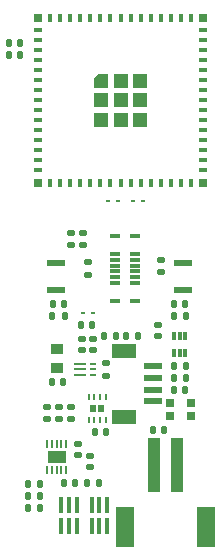
<source format=gbr>
%TF.GenerationSoftware,KiCad,Pcbnew,9.0.7-9.0.7~ubuntu22.04.1*%
%TF.CreationDate,2026-02-16T21:37:16-07:00*%
%TF.ProjectId,ESP32-S3-MINI-1_UU,45535033-322d-4533-932d-4d494e492d31,rev?*%
%TF.SameCoordinates,Original*%
%TF.FileFunction,Paste,Top*%
%TF.FilePolarity,Positive*%
%FSLAX46Y46*%
G04 Gerber Fmt 4.6, Leading zero omitted, Abs format (unit mm)*
G04 Created by KiCad (PCBNEW 9.0.7-9.0.7~ubuntu22.04.1) date 2026-02-16 21:37:16*
%MOMM*%
%LPD*%
G01*
G04 APERTURE LIST*
G04 Aperture macros list*
%AMRoundRect*
0 Rectangle with rounded corners*
0 $1 Rounding radius*
0 $2 $3 $4 $5 $6 $7 $8 $9 X,Y pos of 4 corners*
0 Add a 4 corners polygon primitive as box body*
4,1,4,$2,$3,$4,$5,$6,$7,$8,$9,$2,$3,0*
0 Add four circle primitives for the rounded corners*
1,1,$1+$1,$2,$3*
1,1,$1+$1,$4,$5*
1,1,$1+$1,$6,$7*
1,1,$1+$1,$8,$9*
0 Add four rect primitives between the rounded corners*
20,1,$1+$1,$2,$3,$4,$5,0*
20,1,$1+$1,$4,$5,$6,$7,0*
20,1,$1+$1,$6,$7,$8,$9,0*
20,1,$1+$1,$8,$9,$2,$3,0*%
%AMOutline5P*
0 Free polygon, 5 corners , with rotation*
0 The origin of the aperture is its center*
0 number of corners: always 5*
0 $1 to $10 corner X, Y*
0 $11 Rotation angle, in degrees counterclockwise*
0 create outline with 5 corners*
4,1,5,$1,$2,$3,$4,$5,$6,$7,$8,$9,$10,$1,$2,$11*%
%AMOutline6P*
0 Free polygon, 6 corners , with rotation*
0 The origin of the aperture is its center*
0 number of corners: always 6*
0 $1 to $12 corner X, Y*
0 $13 Rotation angle, in degrees counterclockwise*
0 create outline with 6 corners*
4,1,6,$1,$2,$3,$4,$5,$6,$7,$8,$9,$10,$11,$12,$1,$2,$13*%
%AMOutline7P*
0 Free polygon, 7 corners , with rotation*
0 The origin of the aperture is its center*
0 number of corners: always 7*
0 $1 to $14 corner X, Y*
0 $15 Rotation angle, in degrees counterclockwise*
0 create outline with 7 corners*
4,1,7,$1,$2,$3,$4,$5,$6,$7,$8,$9,$10,$11,$12,$13,$14,$1,$2,$15*%
%AMOutline8P*
0 Free polygon, 8 corners , with rotation*
0 The origin of the aperture is its center*
0 number of corners: always 8*
0 $1 to $16 corner X, Y*
0 $17 Rotation angle, in degrees counterclockwise*
0 create outline with 8 corners*
4,1,8,$1,$2,$3,$4,$5,$6,$7,$8,$9,$10,$11,$12,$13,$14,$15,$16,$1,$2,$17*%
G04 Aperture macros list end*
%ADD10C,0.000000*%
%ADD11RoundRect,0.140000X-0.140000X-0.170000X0.140000X-0.170000X0.140000X0.170000X-0.140000X0.170000X0*%
%ADD12RoundRect,0.135000X0.135000X0.185000X-0.135000X0.185000X-0.135000X-0.185000X0.135000X-0.185000X0*%
%ADD13RoundRect,0.100000X0.100000X-0.562500X0.100000X0.562500X-0.100000X0.562500X-0.100000X-0.562500X0*%
%ADD14RoundRect,0.135000X0.185000X-0.135000X0.185000X0.135000X-0.185000X0.135000X-0.185000X-0.135000X0*%
%ADD15RoundRect,0.062500X-0.117500X-0.062500X0.117500X-0.062500X0.117500X0.062500X-0.117500X0.062500X0*%
%ADD16RoundRect,0.062500X0.117500X0.062500X-0.117500X0.062500X-0.117500X-0.062500X0.117500X-0.062500X0*%
%ADD17R,1.000000X0.900000*%
%ADD18RoundRect,0.140000X0.170000X-0.140000X0.170000X0.140000X-0.170000X0.140000X-0.170000X-0.140000X0*%
%ADD19RoundRect,0.140000X0.140000X0.170000X-0.140000X0.170000X-0.140000X-0.170000X0.140000X-0.170000X0*%
%ADD20R,0.700000X0.700000*%
%ADD21RoundRect,0.147500X0.147500X0.172500X-0.147500X0.172500X-0.147500X-0.172500X0.147500X-0.172500X0*%
%ADD22RoundRect,0.135000X-0.185000X0.135000X-0.185000X-0.135000X0.185000X-0.135000X0.185000X0.135000X0*%
%ADD23RoundRect,0.147500X0.172500X-0.147500X0.172500X0.147500X-0.172500X0.147500X-0.172500X-0.147500X0*%
%ADD24R,0.200000X0.750000*%
%ADD25R,1.600000X1.000000*%
%ADD26RoundRect,0.135000X-0.135000X-0.185000X0.135000X-0.185000X0.135000X0.185000X-0.135000X0.185000X0*%
%ADD27R,1.550000X0.600000*%
%ADD28R,2.000000X1.200000*%
%ADD29R,0.270000X0.630000*%
%ADD30R,1.000000X4.600000*%
%ADD31R,1.600000X3.400000*%
%ADD32RoundRect,0.147500X-0.147500X-0.172500X0.147500X-0.172500X0.147500X0.172500X-0.147500X0.172500X0*%
%ADD33RoundRect,0.140000X-0.170000X0.140000X-0.170000X-0.140000X0.170000X-0.140000X0.170000X0.140000X0*%
%ADD34R,0.800000X0.400000*%
%ADD35R,0.400000X0.800000*%
%ADD36Outline5P,-0.600000X0.204000X-0.204000X0.600000X0.600000X0.600000X0.600000X-0.600000X-0.600000X-0.600000X0.000000*%
%ADD37R,1.200000X1.200000*%
%ADD38R,0.800000X0.800000*%
%ADD39R,1.650000X0.500000*%
%ADD40RoundRect,0.087500X0.087500X-0.250000X0.087500X0.250000X-0.087500X0.250000X-0.087500X-0.250000X0*%
%ADD41R,0.870000X0.300000*%
%ADD42R,0.600000X0.250000*%
%ADD43R,1.000000X0.200000*%
G04 APERTURE END LIST*
D10*
%TO.C,U3*%
G36*
X180354000Y-147220000D02*
G01*
X179854000Y-147220000D01*
X179854000Y-146580000D01*
X180354000Y-146580000D01*
X180354000Y-147220000D01*
G37*
G36*
X181034000Y-147220000D02*
G01*
X180534000Y-147220000D01*
X180534000Y-146580000D01*
X181034000Y-146580000D01*
X181034000Y-147220000D01*
G37*
%TD*%
D11*
%TO.C,C11*%
X186920000Y-145300000D03*
X187880000Y-145300000D03*
%TD*%
D12*
%TO.C,R14*%
X187910000Y-143300000D03*
X186890000Y-143300000D03*
%TD*%
D13*
%TO.C,U5*%
X179950000Y-156875000D03*
X180600000Y-156875000D03*
X181250000Y-156875000D03*
X181250000Y-155100000D03*
X180600000Y-155100000D03*
X179950000Y-155100000D03*
%TD*%
D14*
%TO.C,R9*%
X178200000Y-147810000D03*
X178200000Y-146790000D03*
%TD*%
D12*
%TO.C,TH1*%
X175610000Y-153300000D03*
X174590000Y-153300000D03*
%TD*%
D15*
%TO.C,D7*%
X184320000Y-129300000D03*
X183480000Y-129300000D03*
%TD*%
D16*
%TO.C,D8*%
X181380000Y-129300000D03*
X182220000Y-129300000D03*
%TD*%
D17*
%TO.C,L1*%
X177060000Y-143500000D03*
X177060000Y-141900000D03*
%TD*%
D18*
%TO.C,C8*%
X179800000Y-151880000D03*
X179800000Y-150920000D03*
%TD*%
D19*
%TO.C,C12*%
X187880000Y-138050000D03*
X186920000Y-138050000D03*
%TD*%
D20*
%TO.C,D6*%
X186570000Y-146450000D03*
X186570000Y-147550000D03*
X188400000Y-147550000D03*
X188400000Y-146450000D03*
%TD*%
D19*
%TO.C,C5*%
X177540000Y-144700000D03*
X176580000Y-144700000D03*
%TD*%
D21*
%TO.C,D4*%
X183870000Y-140800000D03*
X182900000Y-140800000D03*
%TD*%
D12*
%TO.C,R2*%
X175610000Y-154300000D03*
X174590000Y-154300000D03*
%TD*%
D22*
%TO.C,R4*%
X185785000Y-134290000D03*
X185785000Y-135310000D03*
%TD*%
D23*
%TO.C,D5*%
X179200000Y-133020000D03*
X179200000Y-132050000D03*
%TD*%
D22*
%TO.C,R12*%
X178200000Y-132050000D03*
X178200000Y-133070000D03*
%TD*%
D24*
%TO.C,IC2*%
X177800000Y-149900000D03*
X177400000Y-149900000D03*
X177000000Y-149900000D03*
X176600000Y-149900000D03*
X176200000Y-149900000D03*
X176200000Y-152100000D03*
X176600000Y-152100000D03*
X177000000Y-152100000D03*
X177400000Y-152100000D03*
X177800000Y-152100000D03*
D25*
X177000000Y-151000000D03*
%TD*%
D12*
%TO.C,R3*%
X175620000Y-155300000D03*
X174600000Y-155300000D03*
%TD*%
D26*
%TO.C,R13*%
X176640000Y-139050000D03*
X177660000Y-139050000D03*
%TD*%
D11*
%TO.C,C9*%
X179060000Y-139800000D03*
X180020000Y-139800000D03*
%TD*%
D27*
%TO.C,J3*%
X185161000Y-146300000D03*
X185161000Y-145300000D03*
X185161000Y-144300000D03*
X185161000Y-143300000D03*
D28*
X182736000Y-147600000D03*
X182736000Y-142000000D03*
%TD*%
D18*
%TO.C,C14*%
X185600000Y-140760000D03*
X185600000Y-139800000D03*
%TD*%
D29*
%TO.C,U3*%
X179694000Y-147890000D03*
X180194000Y-147890000D03*
X180694000Y-147890000D03*
X181194000Y-147890000D03*
X181194000Y-145910000D03*
X180694000Y-145910000D03*
X180194000Y-145910000D03*
X179694000Y-145910000D03*
%TD*%
D12*
%TO.C,R16*%
X187910000Y-144300000D03*
X186890000Y-144300000D03*
%TD*%
D11*
%TO.C,C15*%
X180220000Y-148900000D03*
X181180000Y-148900000D03*
%TD*%
D14*
%TO.C,R5*%
X179650000Y-135560000D03*
X179650000Y-134540000D03*
%TD*%
D15*
%TO.C,D1*%
X180035000Y-138800000D03*
X179195000Y-138800000D03*
%TD*%
D11*
%TO.C,C7*%
X185120000Y-148700000D03*
X186080000Y-148700000D03*
%TD*%
D30*
%TO.C,J1*%
X187200000Y-151700000D03*
X185200000Y-151700000D03*
D31*
X189600000Y-156900000D03*
X182800000Y-156900000D03*
%TD*%
D19*
%TO.C,C4*%
X173900000Y-117000000D03*
X172940000Y-117000000D03*
%TD*%
D22*
%TO.C,R1*%
X181160000Y-143090000D03*
X181160000Y-144110000D03*
%TD*%
D32*
%TO.C,D3*%
X177615000Y-153200000D03*
X178585000Y-153200000D03*
%TD*%
D33*
%TO.C,C6*%
X178800000Y-149920000D03*
X178800000Y-150880000D03*
%TD*%
D18*
%TO.C,C1*%
X179100000Y-141980000D03*
X179100000Y-141020000D03*
%TD*%
D26*
%TO.C,R10*%
X179590000Y-153200000D03*
X180610000Y-153200000D03*
%TD*%
D34*
%TO.C,U2*%
X175400000Y-114850000D03*
X175400000Y-115700000D03*
X175400000Y-116550000D03*
X175400000Y-117400000D03*
X175400000Y-118250000D03*
X175400000Y-119100000D03*
X175400000Y-119950000D03*
X175400000Y-120800000D03*
X175400000Y-121650000D03*
X175400000Y-122500000D03*
X175400000Y-123350000D03*
X175400000Y-124200000D03*
X175400000Y-125050000D03*
X175400000Y-125900000D03*
X175400000Y-126750000D03*
D35*
X176450000Y-127800000D03*
X177300000Y-127800000D03*
X178150000Y-127800000D03*
X179000000Y-127800000D03*
X179850000Y-127800000D03*
X180700000Y-127800000D03*
X181550000Y-127800000D03*
X182400000Y-127800000D03*
X183250000Y-127800000D03*
X184100000Y-127800000D03*
X184950000Y-127800000D03*
X185800000Y-127800000D03*
X186650000Y-127800000D03*
X187500000Y-127800000D03*
X188350000Y-127800000D03*
D34*
X189400000Y-126750000D03*
X189400000Y-125900000D03*
X189400000Y-125050000D03*
X189400000Y-124200000D03*
X189400000Y-123350000D03*
X189400000Y-122500000D03*
X189400000Y-121650000D03*
X189400000Y-120800000D03*
X189400000Y-119950000D03*
X189400000Y-119100000D03*
X189400000Y-118250000D03*
X189400000Y-117400000D03*
X189400000Y-116550000D03*
X189400000Y-115700000D03*
X189400000Y-114850000D03*
D35*
X188350000Y-113800000D03*
X187500000Y-113800000D03*
X186650000Y-113800000D03*
X185800000Y-113800000D03*
X184950000Y-113800000D03*
X184100000Y-113800000D03*
X183250000Y-113800000D03*
X182400000Y-113800000D03*
X181550000Y-113800000D03*
X180700000Y-113800000D03*
X179850000Y-113800000D03*
X179000000Y-113800000D03*
X178150000Y-113800000D03*
X177300000Y-113800000D03*
X176450000Y-113800000D03*
D36*
X180750000Y-119150000D03*
D37*
X180750000Y-120800000D03*
X180750000Y-122450000D03*
X182400000Y-119150000D03*
X182400000Y-120800000D03*
X182400000Y-122450000D03*
X184050000Y-119150000D03*
X184050000Y-120800000D03*
X184050000Y-122450000D03*
D38*
X175400000Y-113800000D03*
X175400000Y-127800000D03*
X189400000Y-127800000D03*
X189400000Y-113800000D03*
%TD*%
D39*
%TO.C,S1*%
X176900000Y-134550000D03*
X176900000Y-136850000D03*
%TD*%
D11*
%TO.C,C10*%
X176670000Y-138050000D03*
X177630000Y-138050000D03*
%TD*%
D26*
%TO.C,R11*%
X180990000Y-140800000D03*
X182010000Y-140800000D03*
%TD*%
D40*
%TO.C,U4*%
X186900000Y-142212500D03*
X187400000Y-142212500D03*
X187900000Y-142212500D03*
X187900000Y-140787500D03*
X187400000Y-140787500D03*
X186900000Y-140787500D03*
%TD*%
D26*
%TO.C,R17*%
X186890000Y-139050000D03*
X187910000Y-139050000D03*
%TD*%
D13*
%TO.C,U1*%
X177400000Y-156875000D03*
X178050000Y-156875000D03*
X178700000Y-156875000D03*
X178700000Y-155100000D03*
X178050000Y-155100000D03*
X177400000Y-155100000D03*
%TD*%
D19*
%TO.C,C3*%
X173880000Y-116000000D03*
X172920000Y-116000000D03*
%TD*%
D18*
%TO.C,C2*%
X180100000Y-141980000D03*
X180100000Y-141020000D03*
%TD*%
D41*
%TO.C,J2*%
X181920000Y-137800000D03*
X181920000Y-136300000D03*
X181920000Y-135800000D03*
X181920000Y-135300000D03*
X181920000Y-134800000D03*
X181920000Y-134300000D03*
X181920000Y-133800000D03*
X181920000Y-132300000D03*
X183650000Y-132300000D03*
X183650000Y-133800000D03*
X183650000Y-134300000D03*
X183650000Y-134800000D03*
X183650000Y-135300000D03*
X183650000Y-135800000D03*
X183650000Y-136300000D03*
X183650000Y-137800000D03*
%TD*%
D14*
%TO.C,R8*%
X176200000Y-147810000D03*
X176200000Y-146790000D03*
%TD*%
D39*
%TO.C,S2*%
X187650000Y-134550000D03*
X187650000Y-136850000D03*
%TD*%
D42*
%TO.C,IC1*%
X180060000Y-144100000D03*
X180060000Y-143600000D03*
X180060000Y-143100000D03*
D43*
X178960000Y-143100000D03*
X178960000Y-143600000D03*
X178960000Y-144100000D03*
%TD*%
D23*
%TO.C,D2*%
X177200000Y-147785000D03*
X177200000Y-146815000D03*
%TD*%
M02*

</source>
